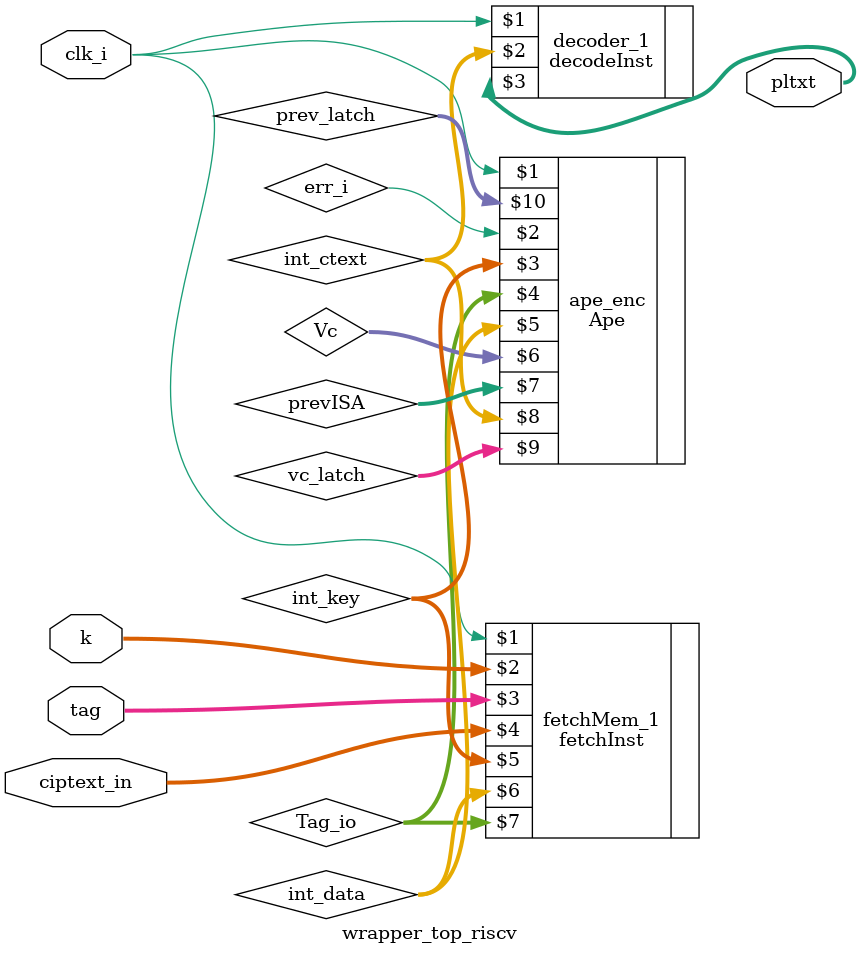
<source format=sv>
`timescale 1ns / 1ps



module wrapper_top_riscv
  (
    input clk_i,
    input [63:0] k,
    input [33:0] ciptext_in,
    input   [15:0]    tag,
    output [33:0] pltxt
  );
    
    
    wire [63:0] int_key;
    //wire [127:0] int_key;
    wire [33:0] int_data;
    wire [33:0] int_ctext;
    wire [33:0] mText;
    wire [15:0] Tag_io; // 16bit Tag len
    
    logic err_i;
    logic [15:0]    Vc;
    logic [33:0]    prevISA;
        
    logic [15:0]    vc_latch;
    logic [33:0]    prev_latch;
    
    

    fetchInst fetchMem_1 (clk_i, k,tag, ciptext_in, int_key, int_data, Tag_io);
    
//    module Ape (
//      input             clk,
//      input   [63:0]    key_i,
//      input   [15:0]    tag,
//      intput  [33:0]    Ctext,
//      output var [33:0]    dout
//      //output [15:0] Tag_o // 16bit Tag len
//   );
    Ape ape_enc (clk_i, err_i, int_key, Tag_io, int_data, Vc, prevISA, int_ctext, vc_latch, prev_latch );
    
    decodeInst decoder_1 (clk_i, int_ctext, pltxt );
    
endmodule

/*module wrapper_top_riscv
  (
    input clk_i,
    input [63:0] k,
    //input [127:0] k,
   // input [127:0] key,
    input [63:0] data_in,
    output [63:0] cptext
  );
    
    
    wire [63:0] int_key;
    //wire [127:0] int_key;
    wire [63:0] int_data;
    wire [63:0] int_ctext;
    //wire [79:0] int_kexp;
    wire [239:0] plt_i;
    wire [239:0] Ctext_i;
    wire [15:0] Tag_io; // 16bit Tag len
    
    

    fetchInst fetchMem_1 (clk_i, k, data_in, int_key, int_data);
    
    //encrypt enc_pico (int_key, int_data, int_ctext );
//     encryption encrptT (int_key, int_data, int_ctext ); //use this
    //prince_enc prince_0 (.key(k), .plaintext(int_data), .ciphertext(int_ctext)); //Using the prince core
     //prince_dec decrypt_0 (.key_c(int_key), .ci(int_data), .plaintext(int_ctext));
     
     //wire [79:0] keyExp;

     
     //SitEncryption encrptSiT(.plaint(int_data), .keyExp(int_kexp), .ciphert(int_ctext) );
     //SiTWrapper encrptSiT(.key(int_key), .plaintext(int_data),  .cphtext(int_ctext) );
     
     //Ape ape_enc (int_key,plt_i,Ctext_i,Tag_io );
    
    decodeInst decoder_1 (clk_i, int_ctext, cptext );
    
endmodule
*/

//module wrapper_top_dff
//  (
//    input clk_i,
//    input [127:0] k,
//    input [63:0] data_in,
//    output [63:0] cptext
//  );
    
    
//    wire [127:0] int_key;
//    wire [63:0] int_data;
//    wire [63:0] int_ctext;
    
    

//    fetchInst fetch (clk_i, k, data_in, int_key, int_data);
    
//    //diffusionM diffusion (int_key, int_data, int_ctext );
//    prince_dec decrypt_0 (.key_c(k), .ci(int_data), .plaintext(int_ctext));
    
//    decodeInst decode (clk_i, int_ctext, cptext );
    
//endmodule



</source>
